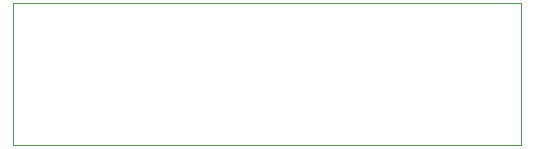
<source format=gbr>
G04 #@! TF.GenerationSoftware,KiCad,Pcbnew,(5.1.9)-1*
G04 #@! TF.CreationDate,2021-02-13T14:53:53-08:00*
G04 #@! TF.ProjectId,ufc_v4_opt,7566635f-7634-45f6-9f70-742e6b696361,rev?*
G04 #@! TF.SameCoordinates,Original*
G04 #@! TF.FileFunction,Profile,NP*
%FSLAX46Y46*%
G04 Gerber Fmt 4.6, Leading zero omitted, Abs format (unit mm)*
G04 Created by KiCad (PCBNEW (5.1.9)-1) date 2021-02-13 14:53:53*
%MOMM*%
%LPD*%
G01*
G04 APERTURE LIST*
G04 #@! TA.AperFunction,Profile*
%ADD10C,0.050000*%
G04 #@! TD*
G04 APERTURE END LIST*
D10*
X190637500Y-94042000D02*
X190637500Y-82042000D01*
X147637500Y-94042000D02*
X190637500Y-94042000D01*
X147637500Y-82042000D02*
X147637500Y-94042000D01*
X190637500Y-82042000D02*
X147637500Y-82042000D01*
M02*

</source>
